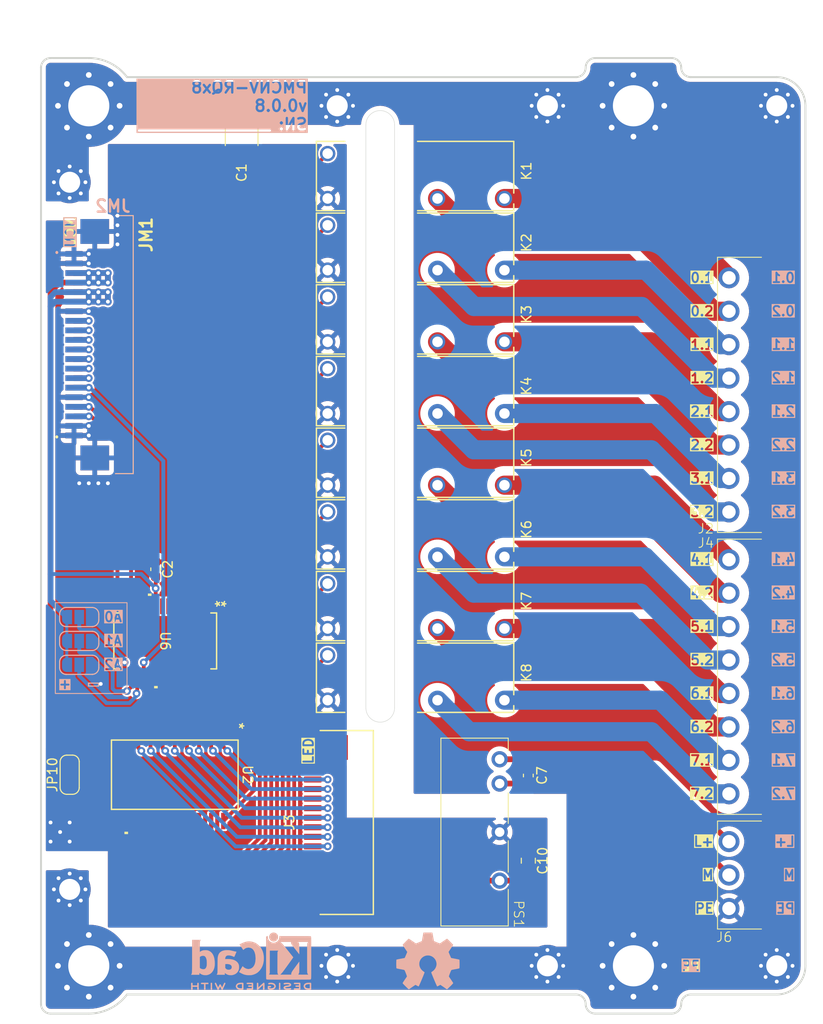
<source format=kicad_pcb>
(kicad_pcb (version 20241229) (generator "pcbnew") (generator_version "9.0")
  (title_block (title "${article} v${version}"))
  (layers (0 "F.Cu" signal) (2 "B.Cu" signal) (13 "F.Paste" user) (15 "B.Paste" user) (5 "F.SilkS" user "F.Silkscreen") (7 "B.SilkS" user "B.Silkscreen") (1 "F.Mask" user) (3 "B.Mask" user) (25 "Edge.Cuts" user))
  (property "article" "PMCNV-RQx8")
  (property "version" "0.0.8")
  (net 0 "")
  (net 1 "/K7")
  (net 2 "/K3")
  (net 3 "/K5")
  (net 4 "/K6")
  (net 5 "/K8")
  (net 6 "/K4")
  (net 7 "/K1")
  (net 8 "/K2")
  (net 9 "PE")
  (net 10 "/K8_exp")
  (net 11 "/K4_exp")
  (net 12 "/K7_exp")
  (net 13 "/K1_exp")
  (net 14 "/K6_exp")
  (net 15 "/K2_exp")
  (net 16 "/K3_exp")
  (net 17 "/K5_exp")
  (net 18 "/K8_led")
  (net 19 "/K7_led")
  (net 20 "/K5_led")
  (net 21 "/K1_led")
  (net 22 "/K6_led")
  (net 23 "/K4_led")
  (net 24 "/K2_led")
  (net 25 "/K3_led")
  (net 26 "+5V_MCU")
  (net 27 "GND_MCU")
  (net 28 "+3.3V_MCU")
  (net 29 "/A1")
  (net 30 "/A2")
  (net 31 "/A0")
  (net 32 "/CS3_MCU")
  (net 33 "/CS0_MCU")
  (net 34 "/SCL_MCU")
  (net 35 "/SCK_MCU")
  (net 36 "/CS2_MCU")
  (net 37 "/MISO_MCU")
  (net 38 "/CS1_MCU")
  (net 39 "/SDA_MCU")
  (net 40 "/MOSI_MCU")
  (net 41 "/RST")
  (net 42 "+24V_CNV")
  (net 43 "GND_CNV")
  (net 44 "+5V_EXT")
  (net 45 "+5V")
  (net 46 "Net-(J2-Pin_2)")
  (net 47 "Net-(J2-Pin_7)")
  (net 48 "Net-(J2-Pin_6)")
  (net 49 "Net-(J2-Pin_8)")
  (net 50 "Net-(J2-Pin_1)")
  (net 51 "Net-(J2-Pin_5)")
  (net 52 "Net-(J2-Pin_4)")
  (net 53 "Net-(J2-Pin_3)")
  (net 54 "Net-(J4-Pin_3)")
  (net 55 "Net-(J4-Pin_6)")
  (net 56 "Net-(J4-Pin_7)")
  (net 57 "Net-(J4-Pin_2)")
  (net 58 "Net-(J4-Pin_1)")
  (net 59 "Net-(J4-Pin_5)")
  (net 60 "Net-(J4-Pin_4)")
  (net 61 "Net-(J4-Pin_8)")
  (footprint "kicad_inventree_lib:G5NB-1A-E_DC12_RELAY_G5NB-1A_DC5_OMR" (layer "F.Cu") (at 83.2 82.8 90)
    (property "Reference" "K4")
    (property "Value" "G5NB-1A-E-DC5")
  )
  (footprint "kicad_inventree_lib:SOP18-P-375-1p27_TOS-M" (layer "F.Cu") (at 48.9 125.3 -90)
    (property "Reference" "U2")
    (property "Value" "TBD62783AFG")
  )
  (footprint "kicad_inventree_lib:15EDGRC-3.5-08P" (layer "F.Cu") (at 106.9 127.3 90)
    (property "Reference" "J4")
    (property "Value" "15EDGRC-3.5-08P")
  )
  (footprint "kicad_inventree_lib:SSOP28_MC_MCH" (layer "F.Cu") (at 47.9 111.3 -90)
    (property "Reference" "U6")
    (property "Value" "MCP23017_SS")
  )
  (footprint "kicad_inventree_lib:G5NB-1A-E_DC12_RELAY_G5NB-1A_DC5_OMR" (layer "F.Cu") (at 83.2 90.3 90)
    (property "Reference" "K5")
    (property "Value" "G5NB-1A-E-DC5")
  )
  (footprint "kicad_inventree_lib:PM-ESP32C3_v0.0.7" (layer "F.Cu") (at 34.9 100.3)
    (property "Reference" "U4" (hide yes))
    (property "Value" "~" (hide yes))
  )
  (footprint "kicad_inventree_lib:SolderJumper-3_P1.3mm_Open_RoundedPad1.0x1.5mm" (layer "F.Cu") (at 37.9 125.3 90)
    (property "Reference" "JP10")
    (property "Value" "SolderJumper_3_Open")
  )
  (footprint "Capacitor_SMD:C_0805_2012Metric" (layer "F.Cu") (at 85.9 134.3 90)
    (property "Reference" "C10")
    (property "Value" "10uF")
  )
  (footprint "kicad_inventree_lib:G5NB-1A-E_DC12_RELAY_G5NB-1A_DC5_OMR" (layer "F.Cu") (at 83.2 97.8 90)
    (property "Reference" "K6")
    (property "Value" "G5NB-1A-E-DC5")
  )
  (footprint "kicad_inventree_lib:G5NB-1A-E_DC12_RELAY_G5NB-1A_DC5_OMR" (layer "F.Cu") (at 83.2 112.8 90)
    (property "Reference" "K8")
    (property "Value" "G5NB-1A-E-DC5")
  )
  (footprint "kicad_inventree_lib:G5NB-1A-E_DC12_RELAY_G5NB-1A_DC5_OMR" (layer "F.Cu") (at 83.2 60.3 90)
    (property "Reference" "K1")
    (property "Value" "G5NB-1A-E-DC5")
  )
  (footprint "kicad_inventree_lib:15EDGRC-3.5-03P" (layer "F.Cu") (at 106.9 139.3 90)
    (property "Reference" "J6")
    (property "Value" "15EDGRC-3.5-05P")
  )
  (footprint "MountingHole:MountingHole_4.3mm_M4_Pad_Via" (layer "F.Cu") (at 96.9 55.3)
    (property "Reference" "H2" (hide yes))
    (property "Value" "M4")
  )
  (footprint "MountingHole:MountingHole_4.3mm_M4_Pad_Via" (layer "F.Cu") (at 96.9 145.3)
    (property "Reference" "H3" (hide yes))
    (property "Value" "M4")
  )
  (footprint "kicad_inventree_lib:G5NB-1A-E_DC12_RELAY_G5NB-1A_DC5_OMR" (layer "F.Cu") (at 83.2 105.3 90)
    (property "Reference" "K7")
    (property "Value" "G5NB-1A-E-DC5")
  )
  (footprint "Capacitor_SMD:C_0603_1608Metric" (layer "F.Cu") (at 46.9 103.8 90)
    (property "Reference" "C2")
    (property "Value" "100nF")
  )
  (footprint "kicad_inventree_lib:B2405LS-1WR3" (layer "F.Cu") (at 82.9 131.305 -90)
    (property "Reference" "PS1")
    (property "Value" "24V/5V 2W")
  )
  (footprint "Capacitor_SMD:C_0603_1608Metric" (layer "F.Cu") (at 85.9 125.385 -90)
    (property "Reference" "C7")
    (property "Value" "1uF")
  )
  (footprint "kicad_inventree_lib:G5NB-1A-E_DC12_RELAY_G5NB-1A_DC5_OMR" (layer "F.Cu") (at 83.2 75.3 90)
    (property "Reference" "K3")
    (property "Value" "G5NB-1A-E-DC5")
  )
  (footprint "kicad_inventree_lib:G5NB-1A-E_DC12_RELAY_G5NB-1A_DC5_OMR" (layer "F.Cu") (at 83.2 67.8 90)
    (property "Reference" "K2")
    (property "Value" "G5NB-1A-E-DC5")
  )
  (footprint "Capacitor_SMD:C_1812_4532Metric_Pad1.57x3.40mm_HandSolder" (layer "F.Cu") (at 55.9 58.3 -90)
    (property "Reference" "C1")
    (property "Value" "4.7nF 2kV")
  )
  (footprint "MountingHole:MountingHole_4.3mm_M4_Pad_Via" (layer "F.Cu") (at 39.9 55.3)
    (property "Reference" "H1" (hide yes))
    (property "Value" "M4")
  )
  (footprint "kicad_inventree_lib:CONN10_AFA07-S12_JUS" (layer "F.Cu") (at 66.9 130.3 90)
    (property "Reference" "J3")
    (property "Value" "AFA07-S12FCC-00")
  )
  (footprint "MountingHole:MountingHole_4.3mm_M4_Pad_Via" (layer "F.Cu") (at 39.9 145.3)
    (property "Reference" "H4" (hide yes))
    (property "Value" "M4")
  )
  (footprint "kicad_inventree_lib:AFA07S20FCA00" (layer "F.Cu") (at 41.9 80.3 90)
    (property "Reference" "JM1")
    (property "Value" "AFA07-S20FCC-00" (hide yes))
  )
  (footprint "kicad_inventree_lib:15EDGRC-3.5-08P" (layer "F.Cu") (at 106.9 97.8 90)
    (property "Reference" "J2")
    (property "Value" "15EDGRC-3.5-08P")
  )
  (footprint "kicad_inventree_lib:AFA07S20FCA00" (layer "B.Cu") (at 41.9 80.3 -90)
    (property "Reference" "JM2")
    (property "Value" "AFA07-S20FCC-00" (hide yes))
  )
  (footprint "kicad_inventree_lib:SolderJumper-3_P1.3mm_Open_RoundedPad1.0x1.5mm" (layer "B.Cu") (at 38.9 111.3 180)
    (property "Reference" "JP6" (hide yes))
    (property "Value" "SolderJumper_3_Open")
  )
  (footprint "Symbol:OSHW-Symbol_6.7x6mm_SilkScreen" (layer "B.Cu") (at 75.4 144.8 180)
    (property "Reference" "oshw_logo" (hide yes))
    (property "Value" "OSHW-Symbol_6.7x6mm_SilkScreen" (hide yes))
  )
  (footprint "kicad_inventree_lib:PMLED-xx-v0.0.2" (layer "B.Cu") (at 99.9 100.3)
    (property "Reference" "U3" (hide yes))
    (property "Value" "PM-LED8_v0.0.2")
  )
  (footprint "kicad_inventree_lib:SolderJumper-3_P1.3mm_Open_RoundedPad1.0x1.5mm" (layer "B.Cu") (at 38.9 108.8 180)
    (property "Reference" "JP5" (hide yes))
    (property "Value" "SolderJumper_3_Open")
  )
  (footprint "Symbol:KiCad-Logo2_5mm_SilkScreen" (layer "B.Cu") (at 56.9 144.8 180)
    (property "Reference" "kicad_logo" (hide yes))
    (property "Value" "KiCad-Logo2_5mm_SilkScreen" (hide yes))
  )
  (footprint "kicad_inventree_lib:SolderJumper-3_P1.3mm_Open_RoundedPad1.0x1.5mm" (layer "B.Cu") (at 38.9 113.8 180)
    (property "Reference" "JP7" (hide yes))
    (property "Value" "SolderJumper_3_Open")
  )
  (gr_rect (start 36.4 107.3) (end 43.9 116.8) (stroke (width 0.1)) (fill no) (layer "B.SilkS"))
  (gr_line (start 35.9 150.3) (end 39.9 150.3) (stroke (width 0.2)) (layer "Edge.Cuts"))
  (gr_arc (start 91.9 51.3) (mid 91.607107 52.007107) (end 90.9 52.3) (stroke (width 0.2)) (layer "Edge.Cuts"))
  (gr_arc (start 35.9 150.3) (mid 35.192893 150.007107) (end 34.9 149.3) (stroke (width 0.2)) (layer "Edge.Cuts"))
  (gr_line (start 71.9 118.3) (end 71.9 57.3) (stroke (width 0.05)) (layer "Edge.Cuts"))
  (gr_line (start 34.9 149.3) (end 34.9 51.3) (stroke (width 0.2)) (layer "Edge.Cuts"))
  (gr_arc (start 100.9 50.3) (mid 101.607107 50.592893) (end 101.9 51.3) (stroke (width 0.2)) (layer "Edge.Cuts"))
  (gr_arc (start 34.9 51.3) (mid 35.192893 50.592893) (end 35.9 50.3) (stroke (width 0.2)) (layer "Edge.Cuts"))
  (gr_arc (start 68.9 57.3) (mid 70.4 55.8) (end 71.9 57.3) (stroke (width 0.05)) (layer "Edge.Cuts"))
  (gr_line (start 102.9 52.3) (end 111.9 52.3) (stroke (width 0.2)) (layer "Edge.Cuts"))
  (gr_arc (start 111.9 52.3) (mid 114.02132 53.17868) (end 114.9 55.3) (stroke (width 0.2)) (layer "Edge.Cuts"))
  (gr_arc (start 102.9 52.3) (mid 102.192893 52.007107) (end 101.9 51.3) (stroke (width 0.2)) (layer "Edge.Cuts"))
  (gr_arc (start 71.9 118.3) (mid 70.4 119.8) (end 68.9 118.3) (stroke (width 0.05)) (layer "Edge.Cuts"))
  (gr_line (start 43.9 52.3) (end 90.9 52.3) (stroke (width 0.2)) (layer "Edge.Cuts"))
  (gr_arc (start 91.9 51.3) (mid 92.192893 50.592893) (end 92.9 50.3) (stroke (width 0.2)) (layer "Edge.Cuts"))
  (gr_arc (start 43.9 148.3) (mid 42.136068 149.772136) (end 39.9 150.3) (stroke (width 0.2)) (layer "Edge.Cuts"))
  (gr_arc (start 92.9 150.3) (mid 92.192893 150.007107) (end 91.9 149.3) (stroke (width 0.2)) (layer "Edge.Cuts"))
  (gr_line (start 92.9 150.3) (end 100.9 150.3) (stroke (width 0.2)) (layer "Edge.Cuts"))
  (gr_line (start 114.9 55.3) (end 114.9 145.3) (stroke (width 0.2)) (layer "Edge.Cuts"))
  (gr_line (start 35.9 50.3) (end 39.9 50.3) (stroke (width 0.2)) (layer "Edge.Cuts"))
  (gr_arc (start 90.9 148.3) (mid 91.607107 148.592893) (end 91.9 149.3) (stroke (width 0.2)) (layer "Edge.Cuts"))
  (gr_line (start 100.9 50.3) (end 92.9 50.3) (stroke (width 0.2)) (layer "Edge.Cuts"))
  (gr_arc (start 101.9 149.3) (mid 102.192893 148.592893) (end 102.9 148.3) (stroke (width 0.2)) (layer "Edge.Cuts"))
  (gr_line (start 102.9 148.3) (end 111.9 148.3) (stroke (width 0.2)) (layer "Edge.Cuts"))
  (gr_line (start 68.9 57.3) (end 68.9 118.3) (stroke (width 0.05)) (layer "Edge.Cuts"))
  (gr_arc (start 101.9 149.3) (mid 101.607107 150.007107) (end 100.9 150.3) (stroke (width 0.2)) (layer "Edge.Cuts"))
  (gr_line (start 90.9 148.3) (end 43.9 148.3) (stroke (width 0.2)) (layer "Edge.Cuts"))
  (gr_arc (start 114.9 145.3) (mid 114.02132 147.42132) (end 111.9 148.3) (stroke (width 0.2)) (layer "Edge.Cuts"))
  (gr_arc (start 39.9 50.3) (mid 42.136068 50.827864) (end 43.9 52.3) (stroke (width 0.2)) (layer "Edge.Cuts"))
  (gr_text "0.1" (at 105.4 73.3 0) (layer "F.SilkS" knockout) (effects (font (size 1 1) (thickness 0.2) (bold yes)) (justify right)))
  (gr_text "7.2" (at 105.4 127.3 0) (layer "F.SilkS" knockout) (effects (font (size 1 1) (thickness 0.2) (bold yes)) (justify right)))
  (gr_text "L+" (at 105.4 132.3 0) (layer "F.SilkS" knockout) (effects (font (size 1 1) (thickness 0.2) (bold yes)) (justify right)))
  (gr_text "3.1" (at 105.4 94.3 0) (layer "F.SilkS" knockout) (effects (font (size 1 1) (thickness 0.2) (bold yes)) (justify right)))
  (gr_text "7.1" (at 105.4 123.8 0) (layer "F.SilkS" knockout) (effects (font (size 1 1) (thickness 0.2) (bold yes)) (justify right)))
  (gr_text "3.2" (at 105.4 97.8 0) (layer "F.SilkS" knockout) (effects (font (size 1 1) (thickness 0.2) (bold yes)) (justify right)))
  (gr_text "M" (at 105.4 135.8 0) (layer "F.SilkS" knockout) (effects (font (size 1 1) (thickness 0.2) (bold yes)) (justify right)))
  (gr_text "2.2" (at 105.4 90.8 0) (layer "F.SilkS" knockout) (effects (font (size 1 1) (thickness 0.2) (bold yes)) (justify right)))
  (gr_text "4.1" (at 105.4 102.8 0) (layer "F.SilkS" knockout) (effects (font (size 1 1) (thickness 0.2) (bold yes)) (justify right)))
  (gr_text "0.2" (at 105.4 76.8 0) (layer "F.SilkS" knockout) (effects (font (size 1 1) (thickness 0.2) (bold yes)) (justify right)))
  (gr_text "1.1" (at 105.4 80.3 0) (layer "F.SilkS" knockout) (effects (font (size 1 1) (thickness 0.2) (bold yes)) (justify right)))
  (gr_text "LED" (at 62.9 124.3 90) (layer "F.SilkS" knockout) (effects (font (size 1 1) (thickness 0.2) (bold yes)) (justify left)))
  (gr_text "5.2" (at 105.4 113.3 0) (layer "F.SilkS" knockout) (effects (font (size 1 1) (thickness 0.2) (bold yes)) (justify right)))
  (gr_text "1.2" (at 105.4 83.8 0) (layer "F.SilkS" knockout) (effects (font (size 1 1) (thickness 0.2) (bold yes)) (justify right)))
  (gr_text "6.1" (at 105.4 116.8 0) (layer "F.SilkS" knockout) (effects (font (size 1 1) (thickness 0.2) (bold yes)) (justify right)))
  (gr_text "4.2" (at 105.4 106.3 0) (layer "F.SilkS" knockout) (effects (font (size 1 1) (thickness 0.2) (bold yes)) (justify right)))
  (gr_text "2.1" (at 105.4 87.3 0) (layer "F.SilkS" knockout) (effects (font (size 1 1) (thickness 0.2) (bold yes)) (justify right)))
  (gr_text "PE" (at 102.9 145.3 0) (layer "F.SilkS" knockout) (effects (font (size 1 1) (thickness 0.2) (bold yes))))
  (gr_text "MCU" (at 37.4 66.8 90) (layer "F.SilkS" knockout) (effects (font (size 1 1) (thickness 0.2) (bold yes)) (justify right top)))
  (gr_text "5.1" (at 105.4 109.8 0) (layer "F.SilkS" knockout) (effects (font (size 1 1) (thickness 0.2) (bold yes)) (justify right)))
  (gr_text "PE" (at 105.4 139.3 0) (layer "F.SilkS" knockout) (effects (font (size 1 1) (thickness 0.2) (bold yes)) (justify right)))
  (gr_text "6.2" (at 105.4 120.3 0) (layer "F.SilkS" knockout) (effects (font (size 1 1) (thickness 0.2) (bold yes)) (justify right)))
  (gr_text "0.2" (at 113.9 76.8 0) (layer "B.SilkS" knockout) (effects (font (size 1 1) (thickness 0.2) (bold yes)) (justify left mirror)))
  (gr_text "${article}\nv${version}\nSN: _______________" (at 62.9 55.3 0) (layer "B.SilkS" knockout) (effects (font (size 1.2 1.2) (thickness 0.24) (bold yes)) (justify left mirror)))
  (gr_text "7.2" (at 113.9 127.3 0) (layer "B.SilkS" knockout) (effects (font (size 1 1) (thickness 0.2) (bold yes)) (justify left mirror)))
  (gr_text "2.2" (at 113.9 90.8 0) (layer "B.SilkS" knockout) (effects (font (size 1 1) (thickness 0.2) (bold yes)) (justify left mirror)))
  (gr_text "1.1" (at 113.9 80.3 0) (layer "B.SilkS" knockout) (effects (font (size 1 1) (thickness 0.2) (bold yes)) (justify left mirror)))
  (gr_text "+" (at 37.4 115.8 0) (layer "B.SilkS" knockout) (effects (font (size 1 1) (thickness 0.2) (bold yes)) (justify mirror)))
  (gr_text "L+" (at 113.9 132.3 0) (layer "B.SilkS" knockout) (effects (font (size 1 1) (thickness 0.2) (bold yes)) (justify left mirror)))
  (gr_text "2.1" (at 113.9 87.3 0) (layer "B.SilkS" knockout) (effects (font (size 1 1) (thickness 0.2) (bold yes)) (justify left mirror)))
  (gr_text "7.1" (at 113.9 123.8 0) (layer "B.SilkS" knockout) (effects (font (size 1 1) (thickness 0.2) (bold yes)) (justify left mirror)))
  (gr_text "A0" (at 41.4 108.8 0) (layer "B.SilkS" knockout) (effects (font (size 1 1) (thickness 0.2) (bold yes)) (justify right mirror)))
  (gr_text "MCU" (at 37.4 66.8 90) (layer "B.SilkS" knockout) (effects (font (size 1 1) (thickness 0.2) (bold yes)) (justify left top mirror)))
  (gr_text "0.1" (at 113.9 73.3 0) (layer "B.SilkS" knockout) (effects (font (size 1 1) (thickness 0.2) (bold yes)) (justify left mirror)))
  (gr_text "PE" (at 113.9 139.3 0) (layer "B.SilkS" knockout) (effects (font (size 1 1) (thickness 0.2) (bold yes)) (justify left mirror)))
  (gr_text "4.1" (at 113.9 102.8 0) (layer "B.SilkS" knockout) (effects (font (size 1 1) (thickness 0.2) (bold yes)) (justify left mirror)))
  (gr_text "M" (at 113.9 135.8 0) (layer "B.SilkS" knockout) (effects (font (size 1 1) (thickness 0.2) (bold yes)) (justify left mirror)))
  (gr_text "4.2" (at 113.9 106.3 0) (layer "B.SilkS" knockout) (effects (font (size 1 1) (thickness 0.2) (bold yes)) (justify left mirror)))
  (gr_text "6.1" (at 113.9 116.8 0) (layer "B.SilkS" knockout) (effects (font (size 1 1) (thickness 0.2) (bold yes)) (justify left mirror)))
  (gr_text "PE" (at 102.9 145.3 -0) (layer "B.SilkS" knockout) (effects (font (size 1 1) (thickness 0.2) (bold yes)) (justify mirror)))
  (gr_text "5.1" (at 113.9 109.8 0) (layer "B.SilkS" knockout) (effects (font (size 1 1) (thickness 0.2) (bold yes)) (justify left mirror)))
  (gr_text "-" (at 40.4 115.8 0) (layer "B.SilkS" knockout) (effects (font (size 1 1) (thickness 0.2) (bold yes)) (justify mirror)))
  (gr_text "3.1" (at 113.9 94.3 0) (layer "B.SilkS" knockout) (effects (font (size 1 1) (thickness 0.2) (bold yes)) (justify left mirror)))
  (gr_text "6.2" (at 113.9 120.3 0) (layer "B.SilkS" knockout) (effects (font (size 1 1) (thickness 0.2) (bold yes)) (justify left mirror)))
  (gr_text "A2" (at 41.4 113.8 0) (layer "B.SilkS" knockout) (effects (font (size 1 1) (thickness 0.2) (bold yes)) (justify right mirror)))
  (gr_text "A1" (at 41.4 111.3 0) (layer "B.SilkS" knockout) (effects (font (size 1 1) (thickness 0.2) (bold yes)) (justify right mirror)))
  (gr_text "1.2" (at 113.9 83.8 0) (layer "B.SilkS" knockout) (effects (font (size 1 1) (thickness 0.2) (bold yes)) (justify left mirror)))
  (gr_text "5.2" (at 113.9 113.3 0) (layer "B.SilkS" knockout) (effects (font (size 1 1) (thickness 0.2) (bold yes)) (justify left mirror)))
  (gr_text "3.2" (at 113.9 97.8 0) (layer "B.SilkS" knockout) (effects (font (size 1 1) (thickness 0.2) (bold yes)) (justify left mirror)))
  (segment (start 46.36 130.150798) (end 46.36 131.410058) (width 0.4) (layer "F.Cu") (net 1))
  (segment (start 51.754942 136.805) (end 57.14471 136.805) (width 0.4) (layer "F.Cu") (net 1))
  (segment (start 57.14471 136.805) (end 60.799 133.15071) (width 0.4) (layer "F.Cu") (net 1))
  (segment (start 60.799 133.15071) (end 60.799 109.401) (width 0.4) (layer "F.Cu") (net 1))
  (segment (start 60.799 109.401) (end 64.9 105.3) (width 0.4) (layer "F.Cu") (net 1))
  (segment (start 46.36 131.410058) (end 51.754942 136.805) (width 0.4) (layer "F.Cu") (net 1))
  (segment (start 58.395 132.154942) (end 58.395 81.805) (width 0.4) (layer "F.Cu") (net 2))
  (segment (start 52.900768 134.401) (end 56.148942 134.401) (width 0.4) (layer "F.Cu") (net 2))
  (segment (start 58.395 81.805) (end 64.9 75.3) (width 0.4) (layer "F.Cu") (net 2))
  (segment (start 51.44 132.940232) (end 52.900768 134.401) (width 0.4) (layer "F.Cu") (net 2))
  (segment (start 51.44 130.150798) (end 51.44 132.940232) (width 0.4) (layer "F.Cu") (net 2))
  (segment (start 56.148942 134.401) (end 58.395 132.154942) (width 0.4) (layer "F.Cu") (net 2))
  (segment (start 48.9 132.100116) (end 52.402884 135.603) (width 0.4) (layer "F.Cu") (net 3))
  (segment (start 48.9 130.150798) (end 48.9 132.100116) (width 0.4) (layer "F.Cu") (net 3))
  (segment (start 52.402884 135.603) (end 56.646826 135.603) (width 0.4) (layer "F.Cu") (net 3))
  (segment (start 59.597 95.603) (end 64.9 90.3) (width 0.4) (layer "F.Cu") (net 3))
  (segment (start 59.597 132.652826) (end 59.597 95.603) (width 0.4) (layer "F.Cu") (net 3))
  (segment (start 56.646826 135.603) (end 59.597 132.652826) (width 0.4) (layer "F.Cu") (net 3))
  (segment (start 52.153942 136.204) (end 56.895768 136.204) (width 0.4) (layer "F.Cu") (net 4))
  (segment (start 60.198 102.502) (end 64.9 97.8) (width 0.4) (layer "F.Cu") (net 4))
  (segment (start 56.895768 136.204) (end 60.198 132.901768) (width 0.4) (layer "F.Cu") (net 4))
  (segment (start 47.63 131.680058) (end 52.153942 136.204) (width 0.4) (layer "F.Cu") (net 4))
  (segment (start 60.198 132.901768) (end 60.198 102.502) (width 0.4) (layer "F.Cu") (net 4))
  (segment (start 47.63 130.150798) (end 47.63 131.680058) (width 0.4) (layer "F.Cu") (net 4))
  (segment (start 61.4 133.399652) (end 61.4 116.3) (width 0.4) (layer "F.Cu") (net 5))
  (segment (start 61.4 116.3) (end 64.9 112.8) (width 0.4) (layer "F.Cu") (net 5))
  (segment (start 57.393652 137.406) (end 61.4 133.399652) (width 0.4) (layer "F.Cu") (net 5))
  (segment (start 45.09 130.150798) (end 45.09 130.99) (width 0.4) (layer "F.Cu") (net 5))
  (segment (start 45.09 130.99) (end 51.506 137.406) (width 0.4) (layer "F.Cu") (net 5))
  (segment (start 51.506 137.406) (end 57.393652 137.406) (width 0.4) (layer "F.Cu") (net 5))
  (segment (start 56.397884 135.002) (end 58.996 132.403884) (width 0.4) (layer "F.Cu") (net 6))
  (segment (start 58.996 88.704) (end 64.9 82.8) (width 0.4) (layer "F.Cu") (net 6))
  (segment (start 50.17 130.150798) (end 50.17 132.520174) (width 0.4) (layer "F.Cu") (net 6))
  (segment (start 58.996 132.403884) (end 58.996 88.704) (width 0.4) (layer "F.Cu") (net 6))
  (segment (start 50.17 132.520174) (end 52.651826 135.002) (width 0.4) (layer "F.Cu") (net 6))
  (segment (start 52.651826 135.002) (end 56.397884 135.002) (width 0.4) (layer "F.Cu") (net 6))
  (segment (start 57.193 68.007) (end 64.9 60.3) (width 0.4) (layer "F.Cu") (net 7))
  (segment (start 57.193 126.937798) (end 57.193 68.007) (width 0.4) (layer "F.Cu") (net 7))
  (segment (start 53.98 130.150798) (end 57.193 126.937798) (width 0.4) (layer "F.Cu") (net 7))
  (segment (start 57.794 131.906) (end 57.794 74.906) (width 0.4) (layer "F.Cu") (net 8))
  (segment (start 57.794 74.906) (end 64.9 67.8) (width 0.4) (layer "F.Cu") (net 8))
  (segment (start 53.14971 133.8) (end 55.9 133.8) (width 0.4) (layer "F.Cu") (net 8))
  (segment (start 52.71 133.36029) (end 53.14971 133.8) (width 0.4) (layer "F.Cu") (net 8))
  (segment (start 55.9 133.8) (end 57.794 131.906) (width 0.4) (layer "F.Cu") (net 8))
  (segment (start 52.71 130.150798) (end 52.71 133.36029) (width 0.4) (layer "F.Cu") (net 8))
  (segment (start 47.574999 117.425117) (end 45.09 119.910116) (width 0.4) (layer "F.Cu") (net 10))
  (segment (start 45.09 120.449202) (end 45.09 122.49) (width 0.4) (layer "F.Cu") (net 10))
  (segment (start 47.574999 114.927801) (end 47.574999 117.425117) (width 0.4) (layer "F.Cu") (net 10))
  (segment (start 45.09 119.910116) (end 45.09 120.449202) (width 0.4) (layer "F.Cu") (net 10))
  (segment (start 45.09 122.49) (end 45.4 122.8) (width 0.4) (layer "F.Cu") (net 10))
  (segment (start 63.344002 132.8) (end 63.344 132.799998) (width 0.4) (layer "F.Cu") (net 10))
  (segment (start 64.9 132.8) (end 63.344002 132.8) (width 0.4) (layer "F.Cu") (net 10))
  (via (at 45.4 122.8) (size 0.8) (drill 0.4) (layers "F.Cu" "B.Cu") (net 10))
  (via (at 64.9 132.8) (size 0.8) (drill 0.4) (layers "F.Cu" "B.Cu") (net 10))
  (segment (start 45.4 122.932786) (end 55.267214 132.8) (width 0.4) (layer "B.Cu") (net 10))
  (segment (start 55.267214 132.8) (end 64.9 132.8) (width 0.4) (layer "B.Cu") (net 10))
  (segment (start 45.4 122.8) (end 45.4 122.932786) (width 0.4) (layer "B.Cu") (net 10))
  (segment (start 64.9 128.8) (end 63.344 128.8) (width 0.4) (layer "F.Cu") (net 11))
  (segment (start 50.17 120.449202) (end 50.17 122.57) (width 0.4) (layer "F.Cu") (net 11))
  (segment (start 50.174999 120.444203) (end 50.17 120.449202) (width 0.4) (layer "F.Cu") (net 11))
  (segment (start 50.17 122.57) (end 50.4 122.8) (width 0.4) (layer "F.Cu") (net 11))
  (segment (start 50.174999 114.927801) (end 50.174999 120.444203) (width 0.4) (layer "F.Cu") (net 11))
  (via (at 64.9 128.8) (size 0.8) (drill 0.4) (layers "F.Cu" "B.Cu") (net 11))
  (via (at 50.4 122.8) (size 0.8) (drill 0.4) (layers "F.Cu" "B.Cu") (net 11))
  (segment (start 50.4 122.8) (end 50.4 122.932786) (width 0.4) (layer "B.Cu") (net 11))
  (segment (start 56.267214 128.8) (end 64.9 128.8) (width 0.4) (layer "B.Cu") (net 11))
  (segment (start 50.4 122.932786) (end 56.267214 128.8) (width 0.4) (layer "B.Cu") (net 11))
  (segment (start 48.225001 114.927801) (end 48.225001 117.625057) (width 0.4) (layer "F.Cu") (net 12))
  (segment (start 64.9 131.8) (end 63.344 131.8) (width 0.4) (layer "F.Cu") (net 12))
  (segment (start 46.36 120.449202) (end 46.36 122.76) (width 0.4) (layer "F.Cu") (net 12))
  (segment (start 48.225001 117.625057) (end 46.36 119.490058) (width 0.4) (layer "F.Cu") (net 12))
  (segment (start 46.36 119.490058) (end 46.36 120.449202) (width 0.4) (layer "F.Cu") (net 12))
  (segment (start 46.36 122.76) (end 46.4 122.8) (width 0.4) (layer "F.Cu") (net 12))
  (via (at 46.4 122.8) (size 0.8) (drill 0.4) (layers "F.Cu" "B.Cu") (net 12))
  (via (at 64.9 131.8) (size 0.8) (drill 0.4) (layers "F.Cu" "B.Cu") (net 12))
  (segment (start 46.4 122.8) (end 55.4 131.8) (width 0.4) (layer "B.Cu") (net 12))
  (segment (start 55.4 131.8) (end 64.9 131.8) (width 0.4) (layer "B.Cu") (net 12))
  (segment (start 64.9 125.8) (end 63.344006 125.8) (width 0.4) (layer "F.Cu") (net 13))
  (segment (start 53.98 120.449202) (end 53.98 122.38) (width 0.4) (layer "F.Cu") (net 13))
  (segment (start 53.98 122.38) (end 54.4 122.8) (width 0.4) (layer "F.Cu") (net 13))
  (segment (start 53.98 119.530058) (end 53.98 120.449202) (width 0.4) (layer "F.Cu") (net 13))
  (segment (start 52.125 117.675058) (end 53.98 119.530058) (width 0.4) (layer "F.Cu") (net 13))
  (segment (start 63.344006 125.8) (end 63.344 125.800006) (width 0.4) (layer "F.Cu") (net 13))
  (segment (start 52.125 114.927801) (end 52.125 117.675058) (width 0.4) (layer "F.Cu") (net 13))
  (via (at 64.9 125.8) (size 0.8) (drill 0.4) (layers "F.Cu" "B.Cu") (net 13))
  (via (at 54.4 122.8) (size 0.8) (drill 0.4) (layers "F.Cu" "B.Cu") (net 13))
  (segment (start 57.4 125.8) (end 64.9 125.8) (width 0.4) (layer "B.Cu") (net 13))
  (segment (start 54.4 122.8) (end 57.4 125.8) (width 0.4) (layer "B.Cu") (net 13))
  (segment (start 48.874999 114.927801) (end 48.874999 117.825001) (width 0.4) (layer "F.Cu") (net 14))
  (segment (start 48.874999 117.825001) (end 47.63 119.07) (width 0.4) (layer "F.Cu") (net 14))
  (segment (start 47.63 119.07) (end 47.63 120.449202) (width 0.4) (layer "F.Cu") (net 14))
  (segment (start 64.9 130.8) (end 63.344 130.8) (width 0.4) (layer "F.Cu") (net 14))
  (segment (start 47.63 120.449202) (end 47.63 122.53) (width 0.4) (layer "F.Cu") (net 14))
  (segment (start 47.63 122.53) (end 47.9 122.8) (width 0.4) (layer "F.Cu") (net 14))
  (via (at 47.9 122.8) (size 0.8) (drill 0.4) (layers "F.Cu" "B.Cu") (net 14))
  (via (at 64.9 130.8) (size 0.8) (drill 0.4) (layers "F.Cu" "B.Cu") (net 14))
  (segment (start 55.767214 130.8) (end 64.9 130.8) (width 0.4) (layer "B.Cu") (net 14))
  (segment (start 47.9 122.932786) (end 55.767214 130.8) (width 0.4) (layer "B.Cu") (net 14))
  (segment (start 47.9 122.8) (end 47.9 122.932786) (width 0.4) (layer "B.Cu") (net 14))
  (segment (start 63.344004 126.8) (end 63.344 126.800004) (width 0.4) (layer "F.Cu") (net 15))
  (segment (start 51.474999 114.927801) (end 51.474999 117.874999) (width 0.4) (layer "F.Cu") (net 15))
  (segment (start 52.71 119.11) (end 52.71 120.449202) (width 0.4) (layer "F.Cu") (net 15))
  (segment (start 64.9 126.8) (end 63.344004 126.8) (width 0.4) (layer "F.Cu") (net 15))
  (segment (start 51.474999 117.874999) (end 52.71 119.11) (width 0.4) (layer "F.Cu") (net 15))
  (segment (start 52.71 120.449202) (end 52.71 122.61) (width 0.4) (layer "F.Cu") (net 15))
  (segment (start 52.71 122.61) (end 52.9 122.8) (width 0.4) (layer "F.Cu") (net 15))
  (via (at 64.9 126.8) (size 0.8) (drill 0.4) (layers "F.Cu" "B.Cu") (net 15))
  (via (at 52.9 122.8) (size 0.8) (drill 0.4) (layers "F.Cu" "B.Cu") (net 15))
  (segment (start 52.9 122.8) (end 56.9 126.8) (width 0.4) (layer "B.Cu") (net 15))
  (segment (start 56.9 126.8) (end 64.9 126.8) (width 0.4) (layer "B.Cu") (net 15))
  (segment (start 51.44 120.449202) (end 51.44 122.76) (width 0.4) (layer "F.Cu") (net 16))
  (segment (start 63.344002 127.8) (end 63.344 127.800002) (width 0.4) (layer "F.Cu") (net 16))
  (segment (start 64.9 127.8) (end 63.344002 127.8) (width 0.4) (layer "F.Cu") (net 16))
  (segment (start 50.825 119.834202) (end 51.44 120.449202) (width 0.4) (layer "F.Cu") (net 16))
  (segment (start 50.825 114.927801) (end 50.825 119.834202) (width 0.4) (layer "F.Cu") (net 16))
  (segment (start 51.44 122.76) (end 51.4 122.8) (width 0.4) (layer "F.Cu") (net 16))
  (via (at 64.9 127.8) (size 0.8) (drill 0.4) (layers "F.Cu" "B.Cu") (net 16))
  (via (at 51.4 122.8) (size 0.8) (drill 0.4) (layers "F.Cu" "B.Cu") (net 16))
  (segment (start 56.4 127.8) (end 64.9 127.8) (width 0.4) (layer "B.Cu") (net 16))
  (segment (start 51.4 122.8) (end 56.4 127.8) (width 0.4) (layer "B.Cu") (net 16))
  (segment (start 49.525001 119.824201) (end 48.9 120.449202) (width 0.4) (layer "F.Cu") (net 17))
  (segment (start 48.9 120.449202) (end 48.9 122.8) (width 0.4) (layer "F.Cu") (net 17))
  (segment (start 64.9 129.8) (end 63.344 129.8) (width 0.4) (layer "F.Cu") (net 17))
  (segment (start 49.525001 114.927801) (end 49.525001 119.824201) (width 0.4) (layer "F.Cu") (net 17))
  (via (at 48.9 122.8) (size 0.8) (drill 0.4) (layers "F.Cu" "B.Cu") (net 17))
  (via (at 64.9 129.8) (size 0.8) (drill 0.4) (layers "F.Cu" "B.Cu") (net 17))
  (segment (start 48.9 122.8) (end 55.9 129.8) (width 0.4) (layer "B.Cu") (net 17))
  (segment (start 55.9 129.8) (end 64.9 129.8) (width 0.4) (layer "B.Cu") (net 17))
  (segment (start 35.9 74.754) (end 36.854 73.8) (width 0.6) (layer "F.Cu") (net 26))
  (segment (start 41.9 73.8) (end 38.354 73.8) (width 0.6) (layer "F.Cu") (net 26))
  (segment (start 40.9 72.8) (end 40.9 73.8) (width 0.6) (layer "F.Cu") (net 26))
  (segment (start 36.854 73.8) (end 38.354 73.8) (width 0.6) (layer "F.Cu") (net 26))
  (segment (start 35.9 122) (end 35.9 74.754) (width 0.6) (layer "F.Cu") (net 26))
  (segment (start 41.9 72.8) (end 38.354 72.8) (width 0.6) (layer "F.Cu") (net 26))
  (segment (start 37.9 124) (end 35.9 122) (width 0.6) (layer "F.Cu") (net 26))
  (segment (start 39.9 72.8) (end 39.9 73.8) (width 0.6) (layer "F.Cu") (net 26))
  (segment (start 41.9 72.8) (end 41.9 73.8) (width 0.6) (layer "F.Cu") (net 26))
  (via (at 41.9 72.8) (size 0.8) (drill 0.4) (layers "F.Cu" "B.Cu") (net 26))
  (via (at 41.9 73.8) (size 0.8) (drill 0.4) (layers "F.Cu" "B.Cu") (net 26))
  (via (at 40.9 72.8) (size 0.8) (drill 0.4) (layers "F.Cu" "B.Cu") (net 26))
  (via (at 39.9 73.8) (size 0.8) (drill 0.4) (layers "F.Cu" "B.Cu") (net 26))
  (via (at 39.9 72.8) (size 0.8) (drill 0.4) (layers "F.Cu" "B.Cu") (net 26))
  (via (at 40.9 73.8) (size 0.8) (drill 0.4) (layers "F.Cu" "B.Cu") (net 26))
  (segment (start 38.354 72.8) (end 39.9 72.8) (width 0.6) (layer "B.Cu") (net 26))
  (segment (start 40.9 73.8) (end 41.9 73.8) (width 0.6) (layer "B.Cu") (net 26))
  (segment (start 39.9 73.8) (end 40.9 73.8) (width 0.6) (layer "B.Cu") (net 26))
  (segment (start 39.9 72.8) (end 39.9 73.8) (width 0.6) (layer "B.Cu") (net 26))
  (segment (start 38.354 73.8) (end 39.9 73.8) (width 0.6) (layer "B.Cu") (net 26))
  (segment (start 39.9 72.8) (end 40.9 72.8) (width 0.6) (layer "B.Cu") (net 26))
  (segment (start 41.9 72.8) (end 41.9 73.8) (width 0.6) (layer "B.Cu") (net 26))
  (segment (start 40.9 72.8) (end 40.9 73.8) (width 0.6) (layer "B.Cu") (net 26))
  (segment (start 40.9 72.8) (end 41.9 72.8) (width 0.6) (layer "B.Cu") (net 26))
  (via (at 40.9 94.8) (size 0.8) (drill 0.4) (layers "F.Cu" "B.Cu") (net 27))
  (via (at 38.9 94.8) (size 0.8) (drill 0.4) (layers "F.Cu" "B.Cu") (net 27))
  (via (at 42.9 68.8) (size 0.8) (drill 0.4) (layers "F.Cu" "B.Cu") (net 27))
  (via (at 35.9 130.3) (size 0.8) (drill 0.4) (layers "F.Cu" "B.Cu") (net 27))
  (via (at 42.9 67.8) (size 0.8) (drill 0.4) (layers "F.Cu" "B.Cu") (net 27))
  (via (at 42.9 66.8) (size 0.8) (drill 0.4) (layers "F.Cu" "B.Cu") (net 27))
  (via (at 39.9 71.8) (size 0.8) (drill 0.4) (layers "F.Cu" "B.Cu") (net 27))
  (via (at 39.9 85.8) (size 0.8) (drill 0.4) (layers "F.Cu" "B.Cu") (net 27))
  (via (at 36.9 131.3) (size 0.8) (drill 0.4) (layers "F.Cu" "B.Cu") (net 27))
  (via (at 39.9 76.8) (size 0.8) (drill 0.4) (layers "F.Cu" "B.Cu") (net 27))
  (via (at 39.9 94.8) (size 0.8) (drill 0.4) (layers "F.Cu" "B.Cu") (net 27))
  (via (at 39.9 70.8) (size 0.8) (drill 0.4) (layers "F.Cu" "B.Cu") (net 27))
  (via (at 39.9 88.8) (size 0.8) (drill 0.4) (layers "F.Cu" "B.Cu") (net 27))
  (via (at 41.9 94.8) (size 0.8) (drill 0.4) (layers "F.Cu" "B.Cu") (net 27))
  (via (at 35.9 132.3) (size 0.8) (drill 0.4) (layers "F.Cu" "B.Cu") (net 27))
  (via (at 42.9 69.8) (size 0.8) (drill 0.4) (layers "F.Cu" "B.Cu") (net 27))
  (via (at 41.15 115.8) (size 0.8) (drill 0.4) (layers "F.Cu" "B.Cu") (net 27))
  (via (at 39.9 89.8) (size 0.8) (drill 0.4) (layers "F.Cu" "B.Cu") (net 27))
  (via (at 37.9 132.3) (size 0.8) (drill 0.4) (layers "F.Cu" "B.Cu") (net 27))
  (via (at 37.9 130.3) (size 0.8) (drill 0.4) (layers "F.Cu" "B.Cu") (net 27))
  (segment (start 39.9 74.8) (end 39.9 75.8) (width 0.6) (layer "F.Cu") (net 28))
  (segment (start 40.9 74.8) (end 40.9 75.8) (width 0.6) (layer "F.Cu") (net 28))
  (segment (start 41.9 74.8) (end 41.9 75.8) (width 0.6) (layer "F.Cu") (net 28))
  (segment (start 46.9 105.8) (end 46.9 104.575) (width 0.4) (layer "F.Cu") (net 28))
  (segment (start 46.9 105.8) (end 46.9 107.647198) (width 0.4) (layer "F.Cu") (net 28))
  (segment (start 38.354 74.8) (end 41.9 74.8) (width 0.6) (layer "F.Cu") (net 28))
  (segment (start 38.354 75.8) (end 41.9 75.8) (width 0.6) (layer "F.Cu") (net 28))
  (segment (start 46.9 107.647198) (end 46.925001 107.672199) (width 0.4) (layer "F.Cu") (net 28))
  (via (at 39.9 74.8) (size 0.8) (drill 0.4) (layers "F.Cu" "B.Cu") (net 28))
  (via (at 41.9 74.8) (size 0.8) (drill 0.4) (layers "F.Cu" "B.Cu") (net 28))
  (via (at 39.9 75.8) (size 0.8) (drill 0.4) (layers "F.Cu" "B.Cu") (net 28))
  (via (at 41.9 75.8) (size 0.8) (drill 0.4) (layers "F.Cu" "B.Cu") (net 28))
  (via (at 46.9 105.8) (size 0.8) (drill 0.4) (layers "F.Cu" "B.Cu") (net 28))
  (via (at 40.9 74.8) (size 0.8) (drill 0.4) (layers "F.Cu" "B.Cu") (net 28))
  (via (at 40.9 75.8) (size 0.8) (drill 0.4) (layers "F.Cu" "B.Cu") (net 28))
  (segment (start 37.6 108.8) (end 37.6 113.8) (width 0.3) (layer "B.Cu") (net 28))
  (segment (start 45.4 104.3) (end 46.9 105.8) (width 0.4) (layer "B.Cu") (net 28))
  (segment (start 40.9 75.8) (end 39.9 75.8) (width 0.6) (layer "B.Cu") (net 28))
  (segment (start 35.9 104.3) (end 45.4 104.3) (width 0.4) (layer "B.Cu") (net 28))
  (segment (start 38.354 75.8) (end 36.4 75.8) (width 0.6) (layer "B.Cu") (net 28))
  (segment (start 35.9 107.1) (end 37.6 108.8) (width 0.6) (layer "B.Cu") (net 28))
  (segment (start 36.4 75.8) (end 35.9 76.3) (width 0.6) (layer "B.Cu") (net 28))
  (segment (start 40.9 74.8) (end 39.9 74.8) (width 0.6) (layer "B.Cu") (net 28))
  (segment (start 39.9 74.8) (end 39.9 75.8) (width 0.6) (layer "B.Cu") (net 28))
  (segment (start 38.354 74.8) (end 36.4 74.8) (width 0.6) (layer "B.Cu") (net 28))
  (segment (start 39.9 74.8) (end 38.354 74.8) (width 0.6) (layer "B.Cu") (net 28))
  (segment (start 35.9 76.3) (end 35.9 104.3) (width 0.6) (layer "B.Cu") (net 28))
  (segment (start 41.9 74.8) (end 41.9 75.8) (width 0.6) (layer "B.Cu") (net 28))
  (segment (start 35.9 104.3) (end 35.9 107.1) (width 0.6) (layer "B.Cu") (net 28))
  (segment (start 41.9 74.8) (end 40.9 74.8) (width 0.6) (layer "B.Cu") (net 28))
  (segment (start 36.4 74.8) (end 35.9 75.3) (width 0.6) (layer "B.Cu") (net 28))
  (segment (start 41.9 75.8) (end 40.9 75.8) (width 0.6) (layer "B.Cu") (net 28))
  (segment (start 39.9 75.8) (end 38.354 75.8) (width 0.6) (layer "B.Cu") (net 28))
  (segment (start 40.9 74.8) (end 40.9 75.8) (width 0.6) (layer "B.Cu") (net 28))
  (segment (start 35.9 75.3) (end 35.9 76.3) (width 0.6) (layer "B.Cu") (net 28))
  (segment (start 44.325001 116.124999) (end 44.325001 114.927801) (width 0.4) (layer "F.Cu") (net 29))
  (segment (start 43.9 116.55) (end 44.325001 116.124999) (width 0.4) (layer "F.Cu") (net 29))
  (via (at 43.9 116.55) (size 0.8) (drill 0.4) (layers "F.Cu" "B.Cu") (net 29))
  (segment (start 40.481278 112.55) (end 42.4 114.468722) (width 0.4) (layer "B.Cu") (net 29))
  (segment (start 42.65 116.55) (end 43.9 116.55) (width 0.4) (layer "B.Cu") (net 29))
  (segment (start 38.9 112.45) (end 39 112.55) (width 0.4) (layer "B.Cu") (net 29))
  (segment (start 38.9 111.3) (end 38.9 112.45) (width 0.4) (layer "B.Cu") (net 29))
  (segment (start 39 112.55) (end 40.481278 112.55) (width 0.4) (layer "B.Cu") (net 29))
  (segment (start 42.4 114.468722) (end 42.4 116.3) (width 0.4) (layer "B.Cu") (net 29))
  (segment (start 42.4 116.3) (end 42.65 116.55) (width 0.4) (layer "B.Cu") (net 29))
  (segment (start 44.975 116.725) (end 44.975 114.927801) (width 0.4) (layer "F.Cu") (net 30))
  (segment (start 44.9 116.8) (end 44.975 116.725) (width 0.4) (layer "F.Cu") (net 30))
  (via (at 44.9 116.8) (size 0.8) (drill 0.4) (layers "F.Cu" "B.Cu") (net 30))
  (segment (start 38.9 114.95) (end 41.75 117.8) (width 0.4) (layer "B.Cu") (net 30))
  (segment (start 38.9 113.8) (end 38.9 114.95) (width 0.4) (layer "B.Cu") (net 30))
  (segment (start 44.9 117.05) (end 44.9 116.8) (width 0.4) (layer "B.Cu") (net 30))
  (segment (start 44.15 117.8) (end 44.9 117.05) (width 0.4) (layer "B.Cu") (net 30))
  (segment (start 41.75 117.8) (end 44.15 117.8) (width 0.4) (layer "B.Cu") (net 30))
  (segment (start 43.65 113.55) (end 43.65 114.902801) (width 0.4) (layer "F.Cu") (net 31))
  (segment (start 43.65 114.902801) (end 43.675 114.927801) (width 0.4) (layer "F.Cu") (net 31))
  (via (at 43.65 113.55) (size 0.8) (drill 0.4) (layers "F.Cu" "B.Cu") (net 31))
  (segment (start 40.575278 110.144) (end 43.65 113.218722) (width 0.4) (layer "B.Cu") (net 31))
  (segment (start 38.9 109.95) (end 39.094 110.144) (width 0.4) (layer "B.Cu") (net 31))
  (segment (start 38.9 108.8) (end 38.9 109.95) (width 0.4) (layer "B.Cu") (net 31))
  (segment (start 39.094 110.144) (end 40.575278 110.144) (width 0.4) (layer "B.Cu") (net 31))
  (segment (start 43.65 113.218722) (end 43.65 113.55) (width 0.4) (layer "B.Cu") (net 31))
  (segment (start 38.354 83.8) (end 39.9 83.8) (width 0.6) (layer "F.Cu") (net 32))
  (via (at 39.9 83.8) (size 0.8) (drill 0.4) (layers "F.Cu" "B.Cu") (net 32))
  (segment (start 39.9 83.8) (end 38.354 83.8) (width 0.6) (layer "B.Cu") (net 32))
  (segment (start 38.354 80.8) (end 39.9 80.8) (width 0.6) (layer "F.Cu") (net 33))
  (via (at 39.9 80.8) (size 0.8) (drill 0.4) (layers "F.Cu" "B.Cu") (net 33))
  (segment (start 39.9 80.8) (end 38.354 80.8) (width 0.6) (layer "B.Cu") (net 33))
  (segment (start 39.9 87.8) (end 40.15 87.8) (width 0.4) (layer "F.Cu") (net 34))
  (segment (start 42.9 108.742897) (end 43.457103 109.3) (width 0.4) (layer "F.Cu") (net 34))
  (segment (start 38.354 87.8) (end 39.9 87.8) (width 0.6) (layer "F.Cu") (net 34))
  (segment (start 42.9 90.55) (end 42.9 108.742897) (width 0.4) (layer "F.Cu") (net 34))
  (segment (start 44.975002 108.899999) (end 44.975002 107.672199) (width 0.4) (layer "F.Cu") (net 34))
  (segment (start 44.575001 109.3) (end 44.975002 108.899999) (width 0.4) (layer "F.Cu") (net 34))
  (segment (start 43.457103 109.3) (end 44.575001 109.3) (width 0.4) (layer "F.Cu") (net 34))
  (segment (start 40.15 87.8) (end 42.9 90.55) (width 0.4) (layer "F.Cu") (net 34))
  (via (at 39.9 87.8) (size 0.8) (drill 0.4) (layers "F.Cu" "B.Cu") (net 34))
  (segment (start 39.9 87.8) (end 38.354 87.8) (width 0.6) (layer "B.Cu") (net 34))
  (segment (start 38.354 79.8) (end 39.9 79.8) (width 0.6) (layer "F.Cu") (net 35))
  (via (at 39.9 79.8) (size 0.8) (drill 0.4) (layers "F.Cu" "B.Cu") (net 35))
  (segment (start 39.9 79.8) (end 38.354 79.8) (width 0.6) (layer "B.Cu") (net 35))
  (segment (start 38.354 82.8) (end 39.9 82.8) (width 0.6) (layer "F.Cu") (net 36))
  (via (at 39.9 82.8) (size 0.8) (drill 0.4) (layers "F.Cu" "B.Cu") (net 36))
  (segment (start 39.9 82.8) (end 38.354 82.8) (width 0.6) (layer "B.Cu") (net 36))
  (segment (start 38.354 78.8) (end 39.9 78.8) (width 0.6) (layer "F.Cu") (net 37))
  (via (at 39.9 78.8) (size 0.8) (drill 0.4) (layers "F.Cu" "B.Cu") (net 37))
  (segment (start 39.9 78.8) (end 38.354 78.8) (width 0.6) (layer "B.Cu") (net 37))
  (segment (start 38.354 81.8) (end 39.9 81.8) (width 0.6) (layer "F.Cu") (net 38))
  (via (at 39.9 81.8) (size 0.8) (drill 0.4) (layers "F.Cu" "B.Cu") (net 38))
  (segment (start 39.9 81.8) (end 38.354 81.8) (width 0.6) (layer "B.Cu") (net 38))
  (segment (start 40.032786 86.8) (end 44.325001 91.092215) (width 0.4) (layer "F.Cu") (net 39))
  (segment (start 39.9 86.8) (end 40.032786 86.8) (width 0.4) (layer "F.Cu") (net 39))
  (segment (start 44.325001 91.092215) (end 44.325001 107.672199) (width 0.4) (layer "F.Cu") (net 39))
  (segment (start 38.354 86.8) (end 39.9 86.8) (width 0.6) (layer "F.Cu") (net 39))
  (via (at 39.9 86.8) (size 0.8) (drill 0.4) (layers "F.Cu" "B.Cu") (net 39))
  (segment (start 39.9 86.8) (end 38.354 86.8) (width 0.6) (layer "B.Cu") (net 39))
  (segment (start 38.354 77.8) (end 39.9 77.8) (width 0.6) (layer "F.Cu") (net 40))
  (via (at 39.9 77.8) (size 0.8) (drill 0.4) (layers "F.Cu" "B.Cu") (net 40))
  (segment (start 39.9 77.8) (end 38.354 77.8) (width 0.6) (layer "B.Cu") (net 40))
  (segment (start 45.65 113.55) (end 45.65 114.902802) (width 0.4) (layer "F.Cu") (net 41))
  (segment (start 38.354 84.8) (end 39.9 84.8) (width 0.6) (layer "F.Cu") (net 41))
  (segment (start 39.962075 84.8) (end 39.9 84.8) (width 0.3) (layer "F.Cu") (net 41))
  (segment (start 45.65 114.902802) (end 45.625001 114.927801) (width 0.4) (layer "F.Cu") (net 41))
  (via (at 39.9 84.8) (size 0.8) (drill 0.4) (layers "F.Cu" "B.Cu") (net 41))
  (via (at 45.65 113.55) (size 0.8) (drill 0.4) (layers "F.Cu" "B.Cu") (net 41))
  (segment (start 47.701 111.499) (end 45.65 113.55) (width 0.4) (layer "B.Cu") (net 41))
  (segment (start 39.9 84.8) (end 38.354 84.8) (width 0.6) (layer "B.Cu") (net 41))
  (segment (start 39.9 84.8) (end 40.032786 84.8) (width 0.4) (layer "B.Cu") (net 41))
  (segment (start 47.701 92.468214) (end 47.701 111.499) (width 0.4) (layer "B.Cu") (net 41))
  (segment (start 40.032786 84.8) (end 47.701 92.468214) (width 0.4) (layer "B.Cu") (net 41))
  (segment (start 99.21 124.61) (end 85.9 124.61) (width 0.6) (layer "F.Cu") (net 42))
  (segment (start 106.9 132.3) (end 99.21 124.61) (width 0.6) (layer "F.Cu") (net 42))
  (segment (start 84.975 123.685) (end 85.9 124.61) (width 0.6) (layer "F.Cu") (net 42))
  (segment (start 82.9 123.685) (end 84.975 123.685) (width 0.6) (layer "F.Cu") (net 42))
  (segment (start 85.835 126.225) (end 85.9 126.16) (width 0.6) (layer "F.Cu") (net 43))
  (segment (start 82.9 126.225) (end 85.835 126.225) (width 0.6) (layer "F.Cu") (net 43))
  (segment (start 85.9 126.16) (end 97.26 126.16) (width 0.6) (layer "F.Cu") (net 43))
  (segment (start 97.26 126.16) (end 106.9 135.8) (width 0.6) (layer "F.Cu") (net 43))
  (segment (start 68.9 140.3) (end 72.815 136.385) (width 0.6) (layer "F.Cu") (net 44))
  (segment (start 72.815 136.385) (end 82.9 136.385) (width 0.6) (layer "F.Cu") (net 44))
  (segment (start 49.9 140.3) (end 68.9 140.3) (width 0.6) (layer "F.Cu") (net 44))
  (segment (start 37.9 128.3) (end 49.9 140.3) (width 0.6) (layer "F.Cu") (net 44))
  (segment (start 37.9 126.6) (end 37.9 128.3) (width 0.6) (layer "F.Cu") (net 44))
  (segment (start 82.9 136.385) (end 84.765 136.385) (width 0.6) (layer "F.Cu") (net 44))
  (segment (start 84.765 136.385) (end 85.9 135.25) (width 0.6) (layer "F.Cu") (net 44))
  (segment (start 37.9 125.3) (end 38.969202 125.3) (width 0.6) (layer "F.Cu") (net 45))
  (segment (start 38.969202 125.3) (end 43.82 120.449202) (width 0.6) (layer "F.Cu") (net 45))
  (segment (start 99.214523 87.5) (end 106.014523 94.3) (width 2) (layer "B.Cu") (net 46))
  (segment (start 106.014523 94.3) (end 106.9 94.3) (width 2) (layer "B.Cu") (net 46))
  (segment (start 83.4 87.5) (end 99.214523 87.5) (width 2) (layer "B.Cu") (net 46))
  (segment (start 105.344366 76.8) (end 106.9 76.8) (width 2) (layer "F.Cu") (net 47))
  (segment (start 76.4 65) (end 80.2 68.8) (width 2) (layer "F.Cu") (net 47))
  (segment (start 97.344366 68.8) (end 105.344366 76.8) (width 2) (layer "F.Cu") (net 47))
  (segment (start 80.2 68.8) (end 97.344366 68.8) (width 2) (layer "F.Cu") (net 47))
  (segment (start 98.214523 72.5) (end 106.014523 80.3) (width 2) (layer "B.Cu") (net 48))
  (segment (start 106.014523 80.3) (end 106.9 80.3) (width 2) (layer "B.Cu") (net 48))
  (segment (start 83.4 72.5) (end 98.214523 72.5) (width 2) (layer "B.Cu") (net 48))
  (segment (start 83.4 65) (end 98.6 65) (width 2) (layer "F.Cu") (net 49))
  (segment (start 98.6 65) (end 106.9 73.3) (width 2) (layer "F.Cu") (net 49))
  (segment (start 98.770469 91.3) (end 105.270469 97.8) (width 2) (layer "B.Cu") (net 50))
  (segment (start 76.4 87.5) (end 80.2 91.3) (width 2) (layer "B.Cu") (net 50))
  (segment (start 105.270469 97.8) (end 106.9 97.8) (width 2) (layer "B.Cu") (net 50))
  (segment (start 80.2 91.3) (end 98.770469 91.3) (width 2) (layer "B.Cu") (net 50))
  (segment (start 76.4 72.5) (end 80.2 76.3) (width 2) (layer "B.Cu") (net 51))
  (segment (start 80.2 76.3) (end 97.770469 76.3) (width 2) (layer "B.Cu") (net 51))
  (segment (start 105.270469 83.8) (end 106.9 83.8) (width 2) (layer "B.Cu") (net 51))
  (segment (start 97.770469 76.3) (end 105.270469 83.8) (width 2) (layer "B.Cu") (net 51))
  (segment (start 106.014523 87.3) (end 106.9 87.3) (width 2) (layer "F.Cu") (net 52))
  (segment (start 83.4 80) (end 98.714523 80) (width 2) (layer "F.Cu") (net 52))
  (segment (start 98.714523 80) (end 106.014523 87.3) (width 2) (layer "F.Cu") (net 52))
  (segment (start 98.270469 83.8) (end 105.270469 90.8) (width 2) (layer "F.Cu") (net 53))
  (segment (start 80.2 83.8) (end 98.270469 83.8) (width 2) (layer "F.Cu") (net 53))
  (segment (start 76.4 80) (end 80.2 83.8) (width 2) (layer "F.Cu") (net 53))
  (segment (start 105.270469 90.8) (end 106.9 90.8) (width 2) (layer "F.Cu") (net 53))
  (segment (start 98.770469 113.8) (end 105.270469 120.3) (width 2) (layer "F.Cu") (net 54))
  (segment (start 76.4 110) (end 80.2 113.8) (width 2) (layer "F.Cu") (net 54))
  (segment (start 105.270469 120.3) (end 106.9 120.3) (width 2) (layer "F.Cu") (net 54))
  (segment (start 80.2 113.8) (end 98.770469 113.8) (width 2) (layer "F.Cu") (net 54))
  (segment (start 105.4 109.8) (end 106.9 109.8) (width 2) (layer "B.Cu") (net 55))
  (segment (start 98.1 102.5) (end 105.4 109.8) (width 2) (layer "B.Cu") (net 55))
  (segment (start 83.4 102.5) (end 98.1 102.5) (width 2) (layer "B.Cu") (net 55))
  (segment (start 98.514523 98.8) (end 106.014523 106.3) (width 2) (layer "F.Cu") (net 56))
  (segment (start 80.2 98.8) (end 98.514523 98.8) (width 2) (layer "F.Cu") (net 56))
  (segment (start 76.4 95) (end 80.2 98.8) (width 2) (layer "F.Cu") (net 56))
  (segment (start 106.014523 106.3) (end 106.9 106.3) (width 2) (layer "F.Cu") (net 56))
  (segment (start 83.4 117.5) (end 99.714523 117.5) (width 2) (layer "B.Cu") (net 57))
  (segment (start 106.014523 123.8) (end 106.9 123.8) (width 2) (layer "B.Cu") (net 57))
  (segment (start 99.714523 117.5) (end 106.014523 123.8) (width 2) (layer "B.Cu") (net 57))
  (segment (start 105.270469 127.3) (end 106.9 127.3) (width 2) (layer "B.Cu") (net 58))
  (segment (start 98.770469 120.8) (end 105.270469 127.3) (width 2) (layer "B.Cu") (net 58))
  (segment (start 79.7 120.8) (end 98.770469 120.8) (width 2) (layer "B.Cu") (net 58))
  (segment (start 76.4 117.5) (end 79.7 120.8) (width 2) (layer "B.Cu") (net 58))
  (segment (start 97.655946 106.3) (end 104.655946 113.3) (width 2) (layer "B.Cu") (net 59))
  (segment (start 76.4 102.5) (end 80.2 106.3) (width 2) (layer "B.Cu") (net 59))
  (segment (start 80.2 106.3) (end 97.655946 106.3) (width 2) (layer "B.Cu") (net 59))
  (segment (start 104.655946 113.3) (end 106.9 113.3) (width 2) (layer "B.Cu") (net 59))
  (segment (start 99.214523 110) (end 106.014523 116.8) (width 2) (layer "F.Cu") (net 60))
  (segment (start 83.4 110) (end 99.214523 110) (width 2) (layer "F.Cu") (net 60))
  (segment (start 106.014523 116.8) (end 106.9 116.8) (width 2) (layer "F.Cu") (net 60))
  (segment (start 83.4 95) (end 99.1 95) (width 2) (layer "F.Cu") (net 61))
  (segment (start 99.1 95) (end 106.9 102.8) (width 2) (layer "F.Cu") (net 61))
  (zone (net 27) (net_name "GND_MCU") (layers "F.Cu" "B.Cu") (priority 1) (connect_pads (clearance 0.2)) (min_thickness 0.25) (fill yes (thermal_gap 0.5) (thermal_bridge_width 0.5))
    (polygon (pts (xy 87.9 129.8) (xy 66.9 129.8) (xy 66.9 59.3) (xy 41.9 59.3) (xy 41.9 67.3) (xy 34.9 67.3) (xy 34.9 133.3) (xy 41.9 133.3) (xy 41.9 141.3) (xy 87.9 141.3)))
  )
  (zone (net 9) (net_name "PE") (layers "F.Cu" "B.Cu") (connect_pads (clearance 0.5)) (min_thickness 0.25) (fill yes (thermal_gap 0.5) (thermal_bridge_width 0.5))
    (polygon (pts (xy 39.9 135.3) (xy 34.9 135.3) (xy 34.9 150.3) (xy 114.9 150.3) (xy 114.9 50.3) (xy 34.9 50.3) (xy 34.9 65.3) (xy 39.9 65.3) (xy 39.9 57.3) (xy 73.9 57.3) (xy 73.9 127.3) (xy 89.9 127.3) (xy 89.9 143.3) (xy 39.9 143.3)))
  )
)
</source>
